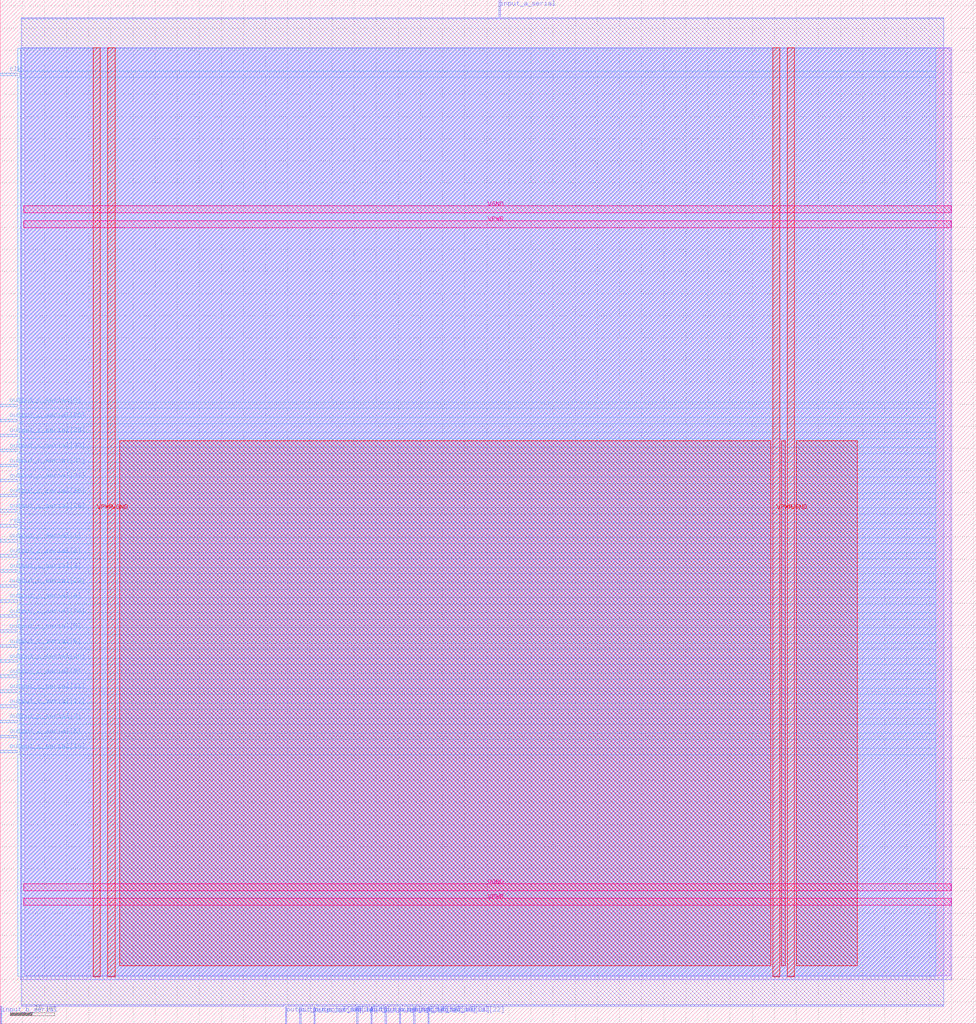
<source format=lef>
VERSION 5.7 ;
  NOWIREEXTENSIONATPIN ON ;
  DIVIDERCHAR "/" ;
  BUSBITCHARS "[]" ;
MACRO matrix_mult3
  CLASS BLOCK ;
  FOREIGN matrix_mult3 ;
  ORIGIN 0.000 0.000 ;
  SIZE 220.665 BY 231.385 ;
  PIN VGND
    DIRECTION INOUT ;
    USE GROUND ;
    PORT
      LAYER met4 ;
        RECT 24.340 10.640 25.940 220.560 ;
    END
    PORT
      LAYER met4 ;
        RECT 177.940 10.640 179.540 220.560 ;
    END
    PORT
      LAYER met5 ;
        RECT 5.280 30.030 215.060 31.630 ;
    END
    PORT
      LAYER met5 ;
        RECT 5.280 183.210 215.060 184.810 ;
    END
  END VGND
  PIN VPWR
    DIRECTION INOUT ;
    USE POWER ;
    PORT
      LAYER met4 ;
        RECT 21.040 10.640 22.640 220.560 ;
    END
    PORT
      LAYER met4 ;
        RECT 174.640 10.640 176.240 220.560 ;
    END
    PORT
      LAYER met5 ;
        RECT 5.280 26.730 215.060 28.330 ;
    END
    PORT
      LAYER met5 ;
        RECT 5.280 179.910 215.060 181.510 ;
    END
  END VPWR
  PIN clk
    DIRECTION INPUT ;
    USE SIGNAL ;
    ANTENNAGATEAREA 0.852000 ;
    PORT
      LAYER met3 ;
        RECT 0.000 214.240 4.000 214.840 ;
    END
  END clk
  PIN input_a_serial
    DIRECTION INPUT ;
    USE SIGNAL ;
    ANTENNAGATEAREA 0.126000 ;
    PORT
      LAYER met2 ;
        RECT 112.790 227.385 113.070 231.385 ;
    END
  END input_a_serial
  PIN input_b_serial
    DIRECTION INPUT ;
    USE SIGNAL ;
    PORT
      LAYER met2 ;
        RECT 0.090 0.000 0.370 4.000 ;
    END
  END input_b_serial
  PIN output_c_serial[0]
    DIRECTION OUTPUT TRISTATE ;
    USE SIGNAL ;
    ANTENNADIFFAREA 0.795200 ;
    PORT
      LAYER met3 ;
        RECT 0.000 139.440 4.000 140.040 ;
    END
  END output_c_serial[0]
  PIN output_c_serial[10]
    DIRECTION OUTPUT TRISTATE ;
    USE SIGNAL ;
    ANTENNADIFFAREA 0.795200 ;
    PORT
      LAYER met3 ;
        RECT 0.000 61.240 4.000 61.840 ;
    END
  END output_c_serial[10]
  PIN output_c_serial[11]
    DIRECTION OUTPUT TRISTATE ;
    USE SIGNAL ;
    ANTENNADIFFAREA 0.795200 ;
    PORT
      LAYER met3 ;
        RECT 0.000 74.840 4.000 75.440 ;
    END
  END output_c_serial[11]
  PIN output_c_serial[12]
    DIRECTION OUTPUT TRISTATE ;
    USE SIGNAL ;
    ANTENNADIFFAREA 0.795200 ;
    PORT
      LAYER met3 ;
        RECT 0.000 71.440 4.000 72.040 ;
    END
  END output_c_serial[12]
  PIN output_c_serial[13]
    DIRECTION OUTPUT TRISTATE ;
    USE SIGNAL ;
    ANTENNADIFFAREA 0.795200 ;
    PORT
      LAYER met2 ;
        RECT 64.490 0.000 64.770 4.000 ;
    END
  END output_c_serial[13]
  PIN output_c_serial[14]
    DIRECTION OUTPUT TRISTATE ;
    USE SIGNAL ;
    ANTENNADIFFAREA 0.795200 ;
    PORT
      LAYER met2 ;
        RECT 67.710 0.000 67.990 4.000 ;
    END
  END output_c_serial[14]
  PIN output_c_serial[15]
    DIRECTION OUTPUT TRISTATE ;
    USE SIGNAL ;
    ANTENNADIFFAREA 0.795200 ;
    PORT
      LAYER met2 ;
        RECT 70.930 0.000 71.210 4.000 ;
    END
  END output_c_serial[15]
  PIN output_c_serial[16]
    DIRECTION OUTPUT TRISTATE ;
    USE SIGNAL ;
    ANTENNADIFFAREA 0.795200 ;
    PORT
      LAYER met2 ;
        RECT 80.590 0.000 80.870 4.000 ;
    END
  END output_c_serial[16]
  PIN output_c_serial[17]
    DIRECTION OUTPUT TRISTATE ;
    USE SIGNAL ;
    ANTENNADIFFAREA 0.795200 ;
    PORT
      LAYER met2 ;
        RECT 83.810 0.000 84.090 4.000 ;
    END
  END output_c_serial[17]
  PIN output_c_serial[18]
    DIRECTION OUTPUT TRISTATE ;
    USE SIGNAL ;
    ANTENNADIFFAREA 0.795200 ;
    PORT
      LAYER met2 ;
        RECT 87.030 0.000 87.310 4.000 ;
    END
  END output_c_serial[18]
  PIN output_c_serial[19]
    DIRECTION OUTPUT TRISTATE ;
    USE SIGNAL ;
    ANTENNADIFFAREA 0.795200 ;
    PORT
      LAYER met2 ;
        RECT 90.250 0.000 90.530 4.000 ;
    END
  END output_c_serial[19]
  PIN output_c_serial[1]
    DIRECTION OUTPUT TRISTATE ;
    USE SIGNAL ;
    ANTENNADIFFAREA 0.795200 ;
    PORT
      LAYER met3 ;
        RECT 0.000 108.840 4.000 109.440 ;
    END
  END output_c_serial[1]
  PIN output_c_serial[20]
    DIRECTION OUTPUT TRISTATE ;
    USE SIGNAL ;
    ANTENNADIFFAREA 0.795200 ;
    PORT
      LAYER met3 ;
        RECT 0.000 81.640 4.000 82.240 ;
    END
  END output_c_serial[20]
  PIN output_c_serial[21]
    DIRECTION OUTPUT TRISTATE ;
    USE SIGNAL ;
    ANTENNADIFFAREA 0.795200 ;
    PORT
      LAYER met2 ;
        RECT 93.470 0.000 93.750 4.000 ;
    END
  END output_c_serial[21]
  PIN output_c_serial[22]
    DIRECTION OUTPUT TRISTATE ;
    USE SIGNAL ;
    ANTENNADIFFAREA 0.795200 ;
    PORT
      LAYER met2 ;
        RECT 96.690 0.000 96.970 4.000 ;
    END
  END output_c_serial[22]
  PIN output_c_serial[23]
    DIRECTION OUTPUT TRISTATE ;
    USE SIGNAL ;
    ANTENNADIFFAREA 0.795200 ;
    PORT
      LAYER met3 ;
        RECT 0.000 98.640 4.000 99.240 ;
    END
  END output_c_serial[23]
  PIN output_c_serial[24]
    DIRECTION OUTPUT TRISTATE ;
    USE SIGNAL ;
    ANTENNADIFFAREA 0.795200 ;
    PORT
      LAYER met3 ;
        RECT 0.000 91.840 4.000 92.440 ;
    END
  END output_c_serial[24]
  PIN output_c_serial[25]
    DIRECTION OUTPUT TRISTATE ;
    USE SIGNAL ;
    ANTENNADIFFAREA 0.795200 ;
    PORT
      LAYER met3 ;
        RECT 0.000 136.040 4.000 136.640 ;
    END
  END output_c_serial[25]
  PIN output_c_serial[26]
    DIRECTION OUTPUT TRISTATE ;
    USE SIGNAL ;
    ANTENNADIFFAREA 0.795200 ;
    PORT
      LAYER met3 ;
        RECT 0.000 115.640 4.000 116.240 ;
    END
  END output_c_serial[26]
  PIN output_c_serial[27]
    DIRECTION OUTPUT TRISTATE ;
    USE SIGNAL ;
    ANTENNADIFFAREA 0.795200 ;
    PORT
      LAYER met3 ;
        RECT 0.000 122.440 4.000 123.040 ;
    END
  END output_c_serial[27]
  PIN output_c_serial[28]
    DIRECTION OUTPUT TRISTATE ;
    USE SIGNAL ;
    ANTENNADIFFAREA 0.795200 ;
    PORT
      LAYER met3 ;
        RECT 0.000 119.040 4.000 119.640 ;
    END
  END output_c_serial[28]
  PIN output_c_serial[29]
    DIRECTION OUTPUT TRISTATE ;
    USE SIGNAL ;
    ANTENNADIFFAREA 0.795200 ;
    PORT
      LAYER met3 ;
        RECT 0.000 132.640 4.000 133.240 ;
    END
  END output_c_serial[29]
  PIN output_c_serial[2]
    DIRECTION OUTPUT TRISTATE ;
    USE SIGNAL ;
    ANTENNADIFFAREA 0.795200 ;
    PORT
      LAYER met3 ;
        RECT 0.000 105.440 4.000 106.040 ;
    END
  END output_c_serial[2]
  PIN output_c_serial[30]
    DIRECTION OUTPUT TRISTATE ;
    USE SIGNAL ;
    ANTENNADIFFAREA 0.795200 ;
    PORT
      LAYER met3 ;
        RECT 0.000 129.240 4.000 129.840 ;
    END
  END output_c_serial[30]
  PIN output_c_serial[31]
    DIRECTION OUTPUT TRISTATE ;
    USE SIGNAL ;
    ANTENNADIFFAREA 0.795200 ;
    PORT
      LAYER met3 ;
        RECT 0.000 125.840 4.000 126.440 ;
    END
  END output_c_serial[31]
  PIN output_c_serial[3]
    DIRECTION OUTPUT TRISTATE ;
    USE SIGNAL ;
    ANTENNADIFFAREA 0.795200 ;
    PORT
      LAYER met3 ;
        RECT 0.000 102.040 4.000 102.640 ;
    END
  END output_c_serial[3]
  PIN output_c_serial[4]
    DIRECTION OUTPUT TRISTATE ;
    USE SIGNAL ;
    ANTENNADIFFAREA 0.795200 ;
    PORT
      LAYER met3 ;
        RECT 0.000 95.240 4.000 95.840 ;
    END
  END output_c_serial[4]
  PIN output_c_serial[5]
    DIRECTION OUTPUT TRISTATE ;
    USE SIGNAL ;
    ANTENNADIFFAREA 0.795200 ;
    PORT
      LAYER met3 ;
        RECT 0.000 88.440 4.000 89.040 ;
    END
  END output_c_serial[5]
  PIN output_c_serial[6]
    DIRECTION OUTPUT TRISTATE ;
    USE SIGNAL ;
    ANTENNADIFFAREA 0.795200 ;
    PORT
      LAYER met3 ;
        RECT 0.000 85.040 4.000 85.640 ;
    END
  END output_c_serial[6]
  PIN output_c_serial[7]
    DIRECTION OUTPUT TRISTATE ;
    USE SIGNAL ;
    ANTENNADIFFAREA 0.795200 ;
    PORT
      LAYER met3 ;
        RECT 0.000 68.040 4.000 68.640 ;
    END
  END output_c_serial[7]
  PIN output_c_serial[8]
    DIRECTION OUTPUT TRISTATE ;
    USE SIGNAL ;
    ANTENNADIFFAREA 0.795200 ;
    PORT
      LAYER met3 ;
        RECT 0.000 64.640 4.000 65.240 ;
    END
  END output_c_serial[8]
  PIN output_c_serial[9]
    DIRECTION OUTPUT TRISTATE ;
    USE SIGNAL ;
    ANTENNADIFFAREA 0.795200 ;
    PORT
      LAYER met3 ;
        RECT 0.000 78.240 4.000 78.840 ;
    END
  END output_c_serial[9]
  PIN rst
    DIRECTION INPUT ;
    USE SIGNAL ;
    ANTENNAGATEAREA 0.196500 ;
    PORT
      LAYER met3 ;
        RECT 0.000 112.240 4.000 112.840 ;
    END
  END rst
  OBS
      LAYER li1 ;
        RECT 5.520 10.795 214.820 220.405 ;
      LAYER met1 ;
        RECT 4.670 9.900 215.120 220.560 ;
      LAYER met2 ;
        RECT 4.690 227.105 112.510 227.385 ;
        RECT 113.350 227.105 213.340 227.385 ;
        RECT 4.690 4.280 213.340 227.105 ;
        RECT 4.690 4.000 64.210 4.280 ;
        RECT 65.050 4.000 67.430 4.280 ;
        RECT 68.270 4.000 70.650 4.280 ;
        RECT 71.490 4.000 80.310 4.280 ;
        RECT 81.150 4.000 83.530 4.280 ;
        RECT 84.370 4.000 86.750 4.280 ;
        RECT 87.590 4.000 89.970 4.280 ;
        RECT 90.810 4.000 93.190 4.280 ;
        RECT 94.030 4.000 96.410 4.280 ;
        RECT 97.250 4.000 213.340 4.280 ;
      LAYER met3 ;
        RECT 3.990 215.240 211.535 220.485 ;
        RECT 4.400 213.840 211.535 215.240 ;
        RECT 3.990 140.440 211.535 213.840 ;
        RECT 4.400 139.040 211.535 140.440 ;
        RECT 3.990 137.040 211.535 139.040 ;
        RECT 4.400 135.640 211.535 137.040 ;
        RECT 3.990 133.640 211.535 135.640 ;
        RECT 4.400 132.240 211.535 133.640 ;
        RECT 3.990 130.240 211.535 132.240 ;
        RECT 4.400 128.840 211.535 130.240 ;
        RECT 3.990 126.840 211.535 128.840 ;
        RECT 4.400 125.440 211.535 126.840 ;
        RECT 3.990 123.440 211.535 125.440 ;
        RECT 4.400 122.040 211.535 123.440 ;
        RECT 3.990 120.040 211.535 122.040 ;
        RECT 4.400 118.640 211.535 120.040 ;
        RECT 3.990 116.640 211.535 118.640 ;
        RECT 4.400 115.240 211.535 116.640 ;
        RECT 3.990 113.240 211.535 115.240 ;
        RECT 4.400 111.840 211.535 113.240 ;
        RECT 3.990 109.840 211.535 111.840 ;
        RECT 4.400 108.440 211.535 109.840 ;
        RECT 3.990 106.440 211.535 108.440 ;
        RECT 4.400 105.040 211.535 106.440 ;
        RECT 3.990 103.040 211.535 105.040 ;
        RECT 4.400 101.640 211.535 103.040 ;
        RECT 3.990 99.640 211.535 101.640 ;
        RECT 4.400 98.240 211.535 99.640 ;
        RECT 3.990 96.240 211.535 98.240 ;
        RECT 4.400 94.840 211.535 96.240 ;
        RECT 3.990 92.840 211.535 94.840 ;
        RECT 4.400 91.440 211.535 92.840 ;
        RECT 3.990 89.440 211.535 91.440 ;
        RECT 4.400 88.040 211.535 89.440 ;
        RECT 3.990 86.040 211.535 88.040 ;
        RECT 4.400 84.640 211.535 86.040 ;
        RECT 3.990 82.640 211.535 84.640 ;
        RECT 4.400 81.240 211.535 82.640 ;
        RECT 3.990 79.240 211.535 81.240 ;
        RECT 4.400 77.840 211.535 79.240 ;
        RECT 3.990 75.840 211.535 77.840 ;
        RECT 4.400 74.440 211.535 75.840 ;
        RECT 3.990 72.440 211.535 74.440 ;
        RECT 4.400 71.040 211.535 72.440 ;
        RECT 3.990 69.040 211.535 71.040 ;
        RECT 4.400 67.640 211.535 69.040 ;
        RECT 3.990 65.640 211.535 67.640 ;
        RECT 4.400 64.240 211.535 65.640 ;
        RECT 3.990 62.240 211.535 64.240 ;
        RECT 4.400 60.840 211.535 62.240 ;
        RECT 3.990 10.715 211.535 60.840 ;
      LAYER met4 ;
        RECT 26.975 13.095 174.240 131.745 ;
        RECT 176.640 13.095 177.540 131.745 ;
        RECT 179.940 13.095 193.825 131.745 ;
  END
END matrix_mult3
END LIBRARY


</source>
